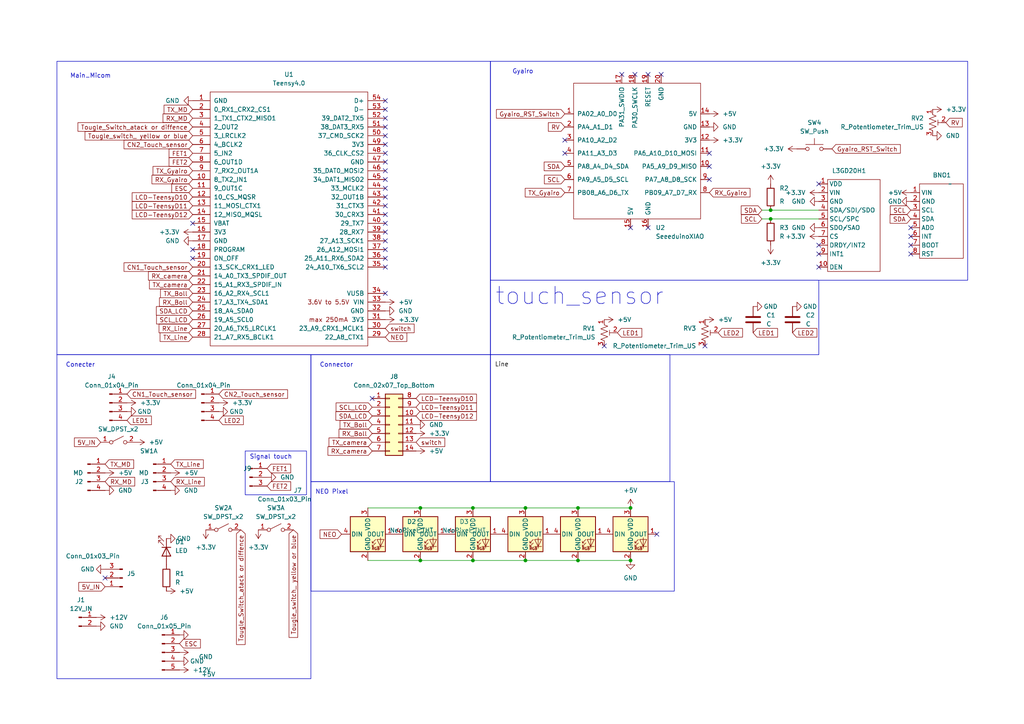
<source format=kicad_sch>
(kicad_sch (version 20230121) (generator eeschema)
  (paper "A4")
  (lib_symbols
    (symbol "BNO055:BNO055"
      (property "Reference" "BNO055" (at -5.08 2.54 0))
      (symbol "BNO055_0_1"
        (rectangle (start -8.89 0) (end 3.81 -21.59))
      )
      (symbol "BNO055_1_1"
        (pin output line (at -11.43 -2.54 0) (length 2.54) (name "VIN") (number "1"))
        (pin output line (at -11.43 -5.08 0) (length 2.54) (name "GND") (number "2"))
        (pin output line (at -11.43 -7.62 0) (length 2.54) (name "SCL") (number "3"))
        (pin output line (at -11.43 -10.16 0) (length 2.54) (name "SDA") (number "4"))
        (pin output line (at -11.43 -12.7 0) (length 2.54) (name "ADD") (number "5"))
        (pin output line (at -11.43 -15.24 0) (length 2.54) (name "INT") (number "6"))
        (pin output line (at -11.43 -17.78 0) (length 2.54) (name "BOOT") (number "7"))
        (pin output line (at -11.43 -20.32 0) (length 2.54) (name "RST") (number "8"))
      )
    )
    (symbol "Connector:Conn_01x02_Pin" (pin_names (offset 1.016) hide)
      (property "Reference" "J" (at 0 2.54 0))
      (property "Value" "Conn_01x02_Pin" (at 0 -5.08 0))
      (symbol "Conn_01x02_Pin_1_1"
        (polyline (pts (xy 1.27 -2.54) (xy 0.8636 -2.54)) (stroke (width 0.1524)))
        (polyline (pts (xy 1.27 0) (xy 0.8636 0)) (stroke (width 0.1524)))
        (rectangle (start 0.8636 -2.413) (end 0 -2.667) (stroke (width 0.1524)) (fill (type outline)))
        (rectangle (start 0.8636 0.127) (end 0 -0.127) (stroke (width 0.1524)) (fill (type outline)))
        (pin passive line (at 5.08 0 180) (length 3.81) (name "Pin_1") (number "1"))
        (pin passive line (at 5.08 -2.54 180) (length 3.81) (name "Pin_2") (number "2"))
      )
    )
    (symbol "Connector:Conn_01x03_Pin" (pin_names (offset 1.016) hide)
      (property "Reference" "J" (at 0 5.08 0))
      (property "Value" "Conn_01x03_Pin" (at 0 -5.08 0))
      (symbol "Conn_01x03_Pin_1_1"
        (polyline (pts (xy 1.27 -2.54) (xy 0.8636 -2.54)) (stroke (width 0.1524)))
        (polyline (pts (xy 1.27 0) (xy 0.8636 0)) (stroke (width 0.1524)))
        (polyline (pts (xy 1.27 2.54) (xy 0.8636 2.54)) (stroke (width 0.1524)))
        (rectangle (start 0.8636 -2.413) (end 0 -2.667) (stroke (width 0.1524)) (fill (type outline)))
        (rectangle (start 0.8636 0.127) (end 0 -0.127) (stroke (width 0.1524)) (fill (type outline)))
        (rectangle (start 0.8636 2.667) (end 0 2.413) (stroke (width 0.1524)) (fill (type outline)))
        (pin passive line (at 5.08 2.54 180) (length 3.81) (name "Pin_1") (number "1"))
        (pin passive line (at 5.08 0 180) (length 3.81) (name "Pin_2") (number "2"))
        (pin passive line (at 5.08 -2.54 180) (length 3.81) (name "Pin_3") (number "3"))
      )
    )
    (symbol "Connector:Conn_01x04_Pin" (pin_names (offset 1.016) hide)
      (property "Reference" "J" (at 0 5.08 0))
      (property "Value" "Conn_01x04_Pin" (at 0 -7.62 0))
      (symbol "Conn_01x04_Pin_1_1"
        (polyline (pts (xy 1.27 -5.08) (xy 0.8636 -5.08)) (stroke (width 0.1524)))
        (polyline (pts (xy 1.27 -2.54) (xy 0.8636 -2.54)) (stroke (width 0.1524)))
        (polyline (pts (xy 1.27 0) (xy 0.8636 0)) (stroke (width 0.1524)))
        (polyline (pts (xy 1.27 2.54) (xy 0.8636 2.54)) (stroke (width 0.1524)))
        (rectangle (start 0.8636 -4.953) (end 0 -5.207) (stroke (width 0.1524)) (fill (type outline)))
        (rectangle (start 0.8636 -2.413) (end 0 -2.667) (stroke (width 0.1524)) (fill (type outline)))
        (rectangle (start 0.8636 0.127) (end 0 -0.127) (stroke (width 0.1524)) (fill (type outline)))
        (rectangle (start 0.8636 2.667) (end 0 2.413) (stroke (width 0.1524)) (fill (type outline)))
        (pin passive line (at 5.08 2.54 180) (length 3.81) (name "Pin_1") (number "1"))
        (pin passive line (at 5.08 0 180) (length 3.81) (name "Pin_2") (number "2"))
        (pin passive line (at 5.08 -2.54 180) (length 3.81) (name "Pin_3") (number "3"))
        (pin passive line (at 5.08 -5.08 180) (length 3.81) (name "Pin_4") (number "4"))
      )
    )
    (symbol "Connector:Conn_01x05_Pin" (pin_names (offset 1.016) hide)
      (property "Reference" "J" (at 0 7.62 0))
      (property "Value" "Conn_01x05_Pin" (at 0 -7.62 0))
      (symbol "Conn_01x05_Pin_1_1"
        (polyline (pts (xy 1.27 -5.08) (xy 0.8636 -5.08)) (stroke (width 0.1524)))
        (polyline (pts (xy 1.27 -2.54) (xy 0.8636 -2.54)) (stroke (width 0.1524)))
        (polyline (pts (xy 1.27 0) (xy 0.8636 0)) (stroke (width 0.1524)))
        (polyline (pts (xy 1.27 2.54) (xy 0.8636 2.54)) (stroke (width 0.1524)))
        (polyline (pts (xy 1.27 5.08) (xy 0.8636 5.08)) (stroke (width 0.1524)))
        (rectangle (start 0.8636 -4.953) (end 0 -5.207) (stroke (width 0.1524)) (fill (type outline)))
        (rectangle (start 0.8636 -2.413) (end 0 -2.667) (stroke (width 0.1524)) (fill (type outline)))
        (rectangle (start 0.8636 0.127) (end 0 -0.127) (stroke (width 0.1524)) (fill (type outline)))
        (rectangle (start 0.8636 2.667) (end 0 2.413) (stroke (width 0.1524)) (fill (type outline)))
        (rectangle (start 0.8636 5.207) (end 0 4.953) (stroke (width 0.1524)) (fill (type outline)))
        (pin passive line (at 5.08 5.08 180) (length 3.81) (name "Pin_1") (number "1"))
        (pin passive line (at 5.08 2.54 180) (length 3.81) (name "Pin_2") (number "2"))
        (pin passive line (at 5.08 0 180) (length 3.81) (name "Pin_3") (number "3"))
        (pin passive line (at 5.08 -2.54 180) (length 3.81) (name "Pin_4") (number "4"))
        (pin passive line (at 5.08 -5.08 180) (length 3.81) (name "Pin_5") (number "5"))
      )
    )
    (symbol "Connector_Generic:Conn_02x07_Top_Bottom" (pin_names (offset 1.016) hide)
      (property "Reference" "J" (at 1.27 10.16 0))
      (property "Value" "Conn_02x07_Top_Bottom" (at 1.27 -10.16 0))
      (symbol "Conn_02x07_Top_Bottom_1_1"
        (rectangle (start -1.27 -7.493) (end 0 -7.747) (stroke (width 0.1524)))
        (rectangle (start -1.27 -4.953) (end 0 -5.207) (stroke (width 0.1524)))
        (rectangle (start -1.27 -2.413) (end 0 -2.667) (stroke (width 0.1524)))
        (rectangle (start -1.27 0.127) (end 0 -0.127) (stroke (width 0.1524)))
        (rectangle (start -1.27 2.667) (end 0 2.413) (stroke (width 0.1524)))
        (rectangle (start -1.27 5.207) (end 0 4.953) (stroke (width 0.1524)))
        (rectangle (start -1.27 7.747) (end 0 7.493) (stroke (width 0.1524)))
        (rectangle (start -1.27 8.89) (end 3.81 -8.89) (stroke (width 0.254)) (fill (type background)))
        (rectangle (start 3.81 -7.493) (end 2.54 -7.747) (stroke (width 0.1524)))
        (rectangle (start 3.81 -4.953) (end 2.54 -5.207) (stroke (width 0.1524)))
        (rectangle (start 3.81 -2.413) (end 2.54 -2.667) (stroke (width 0.1524)))
        (rectangle (start 3.81 0.127) (end 2.54 -0.127) (stroke (width 0.1524)))
        (rectangle (start 3.81 2.667) (end 2.54 2.413) (stroke (width 0.1524)))
        (rectangle (start 3.81 5.207) (end 2.54 4.953) (stroke (width 0.1524)))
        (rectangle (start 3.81 7.747) (end 2.54 7.493) (stroke (width 0.1524)))
        (pin passive line (at -5.08 7.62 0) (length 3.81) (name "Pin_1") (number "1"))
        (pin passive line (at 7.62 2.54 180) (length 3.81) (name "Pin_10") (number "10"))
        (pin passive line (at 7.62 0 180) (length 3.81) (name "Pin_11") (number "11"))
        (pin passive line (at 7.62 -2.54 180) (length 3.81) (name "Pin_12") (number "12"))
        (pin passive line (at 7.62 -5.08 180) (length 3.81) (name "Pin_13") (number "13"))
        (pin passive line (at 7.62 -7.62 180) (length 3.81) (name "Pin_14") (number "14"))
        (pin passive line (at -5.08 5.08 0) (length 3.81) (name "Pin_2") (number "2"))
        (pin passive line (at -5.08 2.54 0) (length 3.81) (name "Pin_3") (number "3"))
        (pin passive line (at -5.08 0 0) (length 3.81) (name "Pin_4") (number "4"))
        (pin passive line (at -5.08 -2.54 0) (length 3.81) (name "Pin_5") (number "5"))
        (pin passive line (at -5.08 -5.08 0) (length 3.81) (name "Pin_6") (number "6"))
        (pin passive line (at -5.08 -7.62 0) (length 3.81) (name "Pin_7") (number "7"))
        (pin passive line (at 7.62 7.62 180) (length 3.81) (name "Pin_8") (number "8"))
        (pin passive line (at 7.62 5.08 180) (length 3.81) (name "Pin_9") (number "9"))
      )
    )
    (symbol "Device:C" (pin_numbers hide) (pin_names (offset 0.254))
      (property "Reference" "C" (at 0.635 2.54 0))
      (property "Value" "C" (at 0.635 -2.54 0))
      (symbol "C_0_1"
        (polyline (pts (xy -2.032 -0.762) (xy 2.032 -0.762)) (stroke (width 0.508)))
        (polyline (pts (xy -2.032 0.762) (xy 2.032 0.762)) (stroke (width 0.508)))
      )
      (symbol "C_1_1"
        (pin passive line (at 0 3.81 270) (length 2.794) (name "~") (number "1"))
        (pin passive line (at 0 -3.81 90) (length 2.794) (name "~") (number "2"))
      )
    )
    (symbol "Device:LED" (pin_numbers hide) (pin_names (offset 1.016) hide)
      (property "Reference" "D" (at 0 2.54 0))
      (property "Value" "LED" (at 0 -2.54 0))
      (symbol "LED_0_1"
        (polyline (pts (xy -1.27 -1.27) (xy -1.27 1.27)) (stroke (width 0.254)))
        (polyline (pts (xy -1.27 0) (xy 1.27 0)))
        (polyline (pts (xy 1.27 -1.27) (xy 1.27 1.27) (xy -1.27 0) (xy 1.27 -1.27)) (stroke (width 0.254)))
        (polyline (pts (xy -3.048 -0.762) (xy -4.572 -2.286) (xy -3.81 -2.286) (xy -4.572 -2.286) (xy -4.572 -1.524)))
        (polyline (pts (xy -1.778 -0.762) (xy -3.302 -2.286) (xy -2.54 -2.286) (xy -3.302 -2.286) (xy -3.302 -1.524)))
      )
      (symbol "LED_1_1"
        (pin passive line (at -3.81 0 0) (length 2.54) (name "K") (number "1"))
        (pin passive line (at 3.81 0 180) (length 2.54) (name "A") (number "2"))
      )
    )
    (symbol "Device:R" (pin_numbers hide) (pin_names (offset 0))
      (property "Reference" "R" (at 2.032 0 90))
      (property "Value" "R" (at 0 0 90))
      (symbol "R_0_1"
        (rectangle (start -1.016 -2.54) (end 1.016 2.54) (stroke (width 0.254)))
      )
      (symbol "R_1_1"
        (pin passive line (at 0 3.81 270) (length 1.27) (name "~") (number "1"))
        (pin passive line (at 0 -3.81 90) (length 1.27) (name "~") (number "2"))
      )
    )
    (symbol "Device:R_Potentiometer_Trim_US" (pin_names (offset 1.016) hide)
      (property "Reference" "RV" (at -4.445 0 90))
      (property "Value" "R_Potentiometer_Trim_US" (at -2.54 0 90))
      (symbol "R_Potentiometer_Trim_US_0_1"
        (polyline (pts (xy 0 -2.286) (xy 0 -2.54)))
        (polyline (pts (xy 0 2.286) (xy 0 2.54)))
        (polyline (pts (xy 1.524 0.762) (xy 1.524 -0.762)))
        (polyline (pts (xy 2.54 0) (xy 1.524 0)))
        (polyline (pts (xy 0 -0.762) (xy 1.016 -1.143) (xy 0 -1.524) (xy -1.016 -1.905) (xy 0 -2.286)))
        (polyline (pts (xy 0 0.762) (xy 1.016 0.381) (xy 0 0) (xy -1.016 -0.381) (xy 0 -0.762)))
        (polyline (pts (xy 0 2.286) (xy 1.016 1.905) (xy 0 1.524) (xy -1.016 1.143) (xy 0 0.762)))
      )
      (symbol "R_Potentiometer_Trim_US_1_1"
        (pin passive line (at 0 3.81 270) (length 1.27) (name "1") (number "1"))
        (pin passive line (at 3.81 0 180) (length 1.27) (name "2") (number "2"))
        (pin passive line (at 0 -3.81 90) (length 1.27) (name "3") (number "3"))
      )
    )
    (symbol "L3GD20H:L3GD20H"
      (property "Reference" "L3GD20H" (at 15.24 0 0))
      (symbol "L3GD20H_0_1"
        (rectangle (start -5.08 13.97) (end 10.16 -12.7))
      )
      (symbol "L3GD20H_1_1"
        (pin input line (at -7.62 12.7 0) (length 2.54) (name "VDD") (number "1"))
        (pin input line (at -7.62 -11.43 0) (length 2.54) (name "DEN") (number "10"))
        (pin input line (at -7.62 10.16 0) (length 2.54) (name "VIN") (number "2"))
        (pin input line (at -7.62 7.62 0) (length 2.54) (name "GND") (number "3"))
        (pin input line (at -7.62 5.08 0) (length 2.54) (name "SDA/SDI/SDO") (number "4"))
        (pin input line (at -7.62 2.54 0) (length 2.54) (name "SCL/SPC") (number "5"))
        (pin input line (at -7.62 0 0) (length 2.54) (name "SDO/SAO") (number "6"))
        (pin input line (at -7.62 -2.54 0) (length 2.54) (name "CS") (number "7"))
        (pin input line (at -7.62 -5.08 0) (length 2.54) (name "DRDY/INT2") (number "8"))
        (pin input line (at -7.62 -7.62 0) (length 2.54) (name "INT1") (number "9"))
      )
    )
    (symbol "LED:NeoPixel_THT" (pin_names (offset 0.254))
      (property "Reference" "D" (at 5.08 5.715 0))
      (property "Value" "NeoPixel_THT" (at 1.27 -5.715 0))
      (symbol "NeoPixel_THT_0_0"
        (text "RGB" (at 2.286 -4.191 0) (effects (font (size 0.762 0.762))))
      )
      (symbol "NeoPixel_THT_0_1"
        (polyline (pts (xy 1.27 -3.556) (xy 1.778 -3.556)))
        (polyline (pts (xy 1.27 -2.54) (xy 1.778 -2.54)))
        (polyline (pts (xy 4.699 -3.556) (xy 2.667 -3.556)))
        (polyline (pts (xy 2.286 -2.54) (xy 1.27 -3.556) (xy 1.27 -3.048)))
        (polyline (pts (xy 2.286 -1.524) (xy 1.27 -2.54) (xy 1.27 -2.032)))
        (polyline (pts (xy 3.683 -1.016) (xy 3.683 -3.556) (xy 3.683 -4.064)))
        (polyline (pts (xy 4.699 -1.524) (xy 2.667 -1.524) (xy 3.683 -3.556) (xy 4.699 -1.524)))
        (rectangle (start 5.08 5.08) (end -5.08 -5.08) (stroke (width 0.254)) (fill (type background)))
      )
      (symbol "NeoPixel_THT_1_1"
        (pin output line (at 7.62 0 180) (length 2.54) (name "DOUT") (number "1"))
        (pin power_in line (at 0 -7.62 90) (length 2.54) (name "GND") (number "2"))
        (pin power_in line (at 0 7.62 270) (length 2.54) (name "VDD") (number "3"))
        (pin input line (at -7.62 0 0) (length 2.54) (name "DIN") (number "4"))
      )
    )
    (symbol "Seeeduino XIAO:SeeeduinoXIAO" (pin_names (offset 1.016))
      (property "Reference" "U" (at -19.05 22.86 0))
      (property "Value" "SeeeduinoXIAO" (at -12.7 21.59 0))
      (symbol "SeeeduinoXIAO_0_1"
        (rectangle (start -19.05 20.32) (end 17.78 -19.05))
      )
      (symbol "SeeeduinoXIAO_1_1"
        (pin unspecified line (at -21.59 11.43 0) (length 2.54) (name "PA02_A0_D0") (number "1"))
        (pin unspecified line (at 20.32 -3.81 180) (length 2.54) (name "PA5_A9_D9_MISO") (number "10"))
        (pin unspecified line (at 20.32 0 180) (length 2.54) (name "PA6_A10_D10_MOSI") (number "11"))
        (pin unspecified line (at 20.32 3.81 180) (length 2.54) (name "3V3") (number "12"))
        (pin unspecified line (at 20.32 7.62 180) (length 2.54) (name "GND") (number "13"))
        (pin unspecified line (at 20.32 11.43 180) (length 2.54) (name "5V") (number "14"))
        (pin input line (at -2.54 -21.59 90) (length 2.54) (name "5V") (number "15"))
        (pin input line (at 2.54 -21.59 90) (length 2.54) (name "GND") (number "16"))
        (pin input line (at -5.08 22.86 270) (length 2.54) (name "PA31_SWDIO") (number "17"))
        (pin input line (at -1.27 22.86 270) (length 2.54) (name "PA30_SWCLK") (number "18"))
        (pin input line (at 2.54 22.86 270) (length 2.54) (name "RESET") (number "19"))
        (pin unspecified line (at -21.59 7.62 0) (length 2.54) (name "PA4_A1_D1") (number "2"))
        (pin input line (at 6.35 22.86 270) (length 2.54) (name "GND") (number "20"))
        (pin unspecified line (at -21.59 3.81 0) (length 2.54) (name "PA10_A2_D2") (number "3"))
        (pin unspecified line (at -21.59 0 0) (length 2.54) (name "PA11_A3_D3") (number "4"))
        (pin unspecified line (at -21.59 -3.81 0) (length 2.54) (name "PA8_A4_D4_SDA") (number "5"))
        (pin unspecified line (at -21.59 -7.62 0) (length 2.54) (name "PA9_A5_D5_SCL") (number "6"))
        (pin unspecified line (at -21.59 -11.43 0) (length 2.54) (name "PB08_A6_D6_TX") (number "7"))
        (pin unspecified line (at 20.32 -11.43 180) (length 2.54) (name "PB09_A7_D7_RX") (number "8"))
        (pin unspecified line (at 20.32 -7.62 180) (length 2.54) (name "PA7_A8_D8_SCK") (number "9"))
      )
    )
    (symbol "Switch:SW_DPST_x2" (pin_names (offset 0) hide)
      (property "Reference" "SW" (at 0 3.175 0))
      (property "Value" "SW_DPST_x2" (at 0 -2.54 0))
      (symbol "SW_DPST_x2_0_0"
        (circle (center -2.032 0) (radius 0.508))
        (polyline (pts (xy -1.524 0.254) (xy 1.524 1.778)))
        (circle (center 2.032 0) (radius 0.508))
      )
      (symbol "SW_DPST_x2_1_1"
        (pin passive line (at -5.08 0 0) (length 2.54) (name "A") (number "1"))
        (pin passive line (at 5.08 0 180) (length 2.54) (name "B") (number "2"))
      )
      (symbol "SW_DPST_x2_2_1"
        (pin passive line (at -5.08 0 0) (length 2.54) (name "A") (number "3"))
        (pin passive line (at 5.08 0 180) (length 2.54) (name "B") (number "4"))
      )
    )
    (symbol "Switch:SW_Push" (pin_numbers hide) (pin_names (offset 1.016) hide)
      (property "Reference" "SW" (at 1.27 2.54 0))
      (property "Value" "SW_Push" (at 0 -1.524 0))
      (symbol "SW_Push_0_1"
        (circle (center -2.032 0) (radius 0.508))
        (polyline (pts (xy 0 1.27) (xy 0 3.048)))
        (polyline (pts (xy 2.54 1.27) (xy -2.54 1.27)))
        (circle (center 2.032 0) (radius 0.508))
        (pin passive line (at -5.08 0 0) (length 2.54) (name "1") (number "1"))
        (pin passive line (at 5.08 0 180) (length 2.54) (name "2") (number "2"))
      )
    )
    (symbol "power:+12V" (power) (pin_names (offset 0))
      (property "Value" "+12V" (at 0 3.556 0))
      (symbol "+12V_0_1"
        (polyline (pts (xy -0.762 1.27) (xy 0 2.54)))
        (polyline (pts (xy 0 0) (xy 0 2.54)))
        (polyline (pts (xy 0 2.54) (xy 0.762 1.27)))
      )
      (symbol "+12V_1_1"
        (pin power_in line (at 0 0 90) (length 0) hide (name "+12V") (number "1"))
      )
    )
    (symbol "power:+3.3V" (power) (pin_names (offset 0))
      (property "Value" "+3.3V" (at 0 3.556 0))
      (symbol "+3.3V_0_1"
        (polyline (pts (xy -0.762 1.27) (xy 0 2.54)))
        (polyline (pts (xy 0 0) (xy 0 2.54)))
        (polyline (pts (xy 0 2.54) (xy 0.762 1.27)))
      )
      (symbol "+3.3V_1_1"
        (pin power_in line (at 0 0 90) (length 0) hide (name "+3.3V") (number "1"))
      )
    )
    (symbol "power:+5V" (power) (pin_names (offset 0))
      (property "Value" "+5V" (at 0 3.556 0))
      (symbol "+5V_0_1"
        (polyline (pts (xy -0.762 1.27) (xy 0 2.54)))
        (polyline (pts (xy 0 0) (xy 0 2.54)))
        (polyline (pts (xy 0 2.54) (xy 0.762 1.27)))
      )
      (symbol "+5V_1_1"
        (pin power_in line (at 0 0 90) (length 0) hide (name "+5V") (number "1"))
      )
    )
    (symbol "power:GND" (power) (pin_names (offset 0))
      (property "Value" "GND" (at 0 -3.81 0))
      (symbol "GND_0_1"
        (polyline (pts (xy 0 0) (xy 0 -1.27) (xy 1.27 -1.27) (xy 0 -2.54) (xy -1.27 -1.27) (xy 0 -1.27)))
      )
      (symbol "GND_1_1"
        (pin power_in line (at 0 0 270) (length 0) hide (name "GND") (number "1"))
      )
    )
    (symbol "teensy:Teensy4.0" (pin_names (offset 1.016))
      (property "Reference" "U" (at 0 39.37 0))
      (property "Value" "Teensy4.0" (at 0 -39.37 0))
      (symbol "Teensy4.0_0_0"
        (text "3.6V to 5.5V" (at 11.43 -24.13 0) (effects (font (size 1.27 1.27))))
        (text "max 250mA" (at 11.43 -29.21 0) (effects (font (size 1.27 1.27))))
        (pin bidirectional line (at -27.94 11.43 0) (length 5.08) (name "8_TX2_IN1") (number "10"))
        (pin bidirectional line (at -27.94 8.89 0) (length 5.08) (name "9_OUT1C") (number "11"))
        (pin bidirectional line (at -27.94 6.35 0) (length 5.08) (name "10_CS_MQSR") (number "12"))
        (pin bidirectional line (at -27.94 3.81 0) (length 5.08) (name "11_MOSI_CTX1") (number "13"))
        (pin bidirectional line (at -27.94 1.27 0) (length 5.08) (name "12_MISO_MQSL") (number "14"))
        (pin power_in line (at -27.94 -1.27 0) (length 5.08) (name "VBAT") (number "15"))
        (pin power_in line (at -27.94 -3.81 0) (length 5.08) (name "3V3") (number "16"))
        (pin power_in line (at -27.94 -6.35 0) (length 5.08) (name "GND") (number "17"))
        (pin input line (at -27.94 -8.89 0) (length 5.08) (name "PROGRAM") (number "18"))
        (pin input line (at -27.94 -11.43 0) (length 5.08) (name "ON_OFF") (number "19"))
        (pin bidirectional line (at -27.94 -13.97 0) (length 5.08) (name "13_SCK_CRX1_LED") (number "20"))
        (pin bidirectional line (at -27.94 -16.51 0) (length 5.08) (name "14_A0_TX3_SPDIF_OUT") (number "21"))
        (pin bidirectional line (at -27.94 -19.05 0) (length 5.08) (name "15_A1_RX3_SPDIF_IN") (number "22"))
        (pin bidirectional line (at -27.94 -21.59 0) (length 5.08) (name "16_A2_RX4_SCL1") (number "23"))
        (pin bidirectional line (at -27.94 -24.13 0) (length 5.08) (name "17_A3_TX4_SDA1") (number "24"))
        (pin bidirectional line (at -27.94 -26.67 0) (length 5.08) (name "18_A4_SDA0") (number "25"))
        (pin bidirectional line (at -27.94 -29.21 0) (length 5.08) (name "19_A5_SCL0") (number "26"))
        (pin bidirectional line (at -27.94 -31.75 0) (length 5.08) (name "20_A6_TX5_LRCLK1") (number "27"))
        (pin bidirectional line (at -27.94 -34.29 0) (length 5.08) (name "21_A7_RX5_BCLK1") (number "28"))
        (pin bidirectional line (at 27.94 -34.29 180) (length 5.08) (name "22_A8_CTX1") (number "29"))
        (pin bidirectional line (at 27.94 -31.75 180) (length 5.08) (name "23_A9_CRX1_MCLK1") (number "30"))
        (pin power_out line (at 27.94 -29.21 180) (length 5.08) (name "3V3") (number "31"))
        (pin power_in line (at 27.94 -26.67 180) (length 5.08) (name "GND") (number "32"))
        (pin power_in line (at 27.94 -24.13 180) (length 5.08) (name "VIN") (number "33"))
        (pin power_out line (at 27.94 -21.59 180) (length 5.08) (name "VUSB") (number "34"))
        (pin bidirectional line (at 27.94 -13.97 180) (length 5.08) (name "24_A10_TX6_SCL2") (number "35"))
        (pin bidirectional line (at 27.94 -11.43 180) (length 5.08) (name "25_A11_RX6_SDA2") (number "36"))
        (pin bidirectional line (at 27.94 -8.89 180) (length 5.08) (name "26_A12_MOSI1") (number "37"))
        (pin bidirectional line (at 27.94 -6.35 180) (length 5.08) (name "27_A13_SCK1") (number "38"))
        (pin bidirectional line (at 27.94 -3.81 180) (length 5.08) (name "28_RX7") (number "39"))
        (pin bidirectional line (at 27.94 -1.27 180) (length 5.08) (name "29_TX7") (number "40"))
        (pin bidirectional line (at 27.94 1.27 180) (length 5.08) (name "30_CRX3") (number "41"))
        (pin bidirectional line (at 27.94 3.81 180) (length 5.08) (name "31_CTX3") (number "42"))
        (pin bidirectional line (at 27.94 6.35 180) (length 5.08) (name "32_OUT1B") (number "43"))
        (pin bidirectional line (at 27.94 8.89 180) (length 5.08) (name "33_MCLK2") (number "44"))
        (pin bidirectional line (at 27.94 11.43 180) (length 5.08) (name "34_DAT1_MISO2") (number "45"))
        (pin bidirectional line (at 27.94 13.97 180) (length 5.08) (name "35_DAT0_MOSI2") (number "46"))
        (pin power_out line (at 27.94 16.51 180) (length 5.08) (name "GND") (number "47"))
        (pin bidirectional line (at 27.94 19.05 180) (length 5.08) (name "36_CLK_CS2") (number "48"))
        (pin power_out line (at 27.94 21.59 180) (length 5.08) (name "3V3") (number "49"))
        (pin bidirectional line (at -27.94 24.13 0) (length 5.08) (name "3_LRCLK2") (number "5"))
        (pin bidirectional line (at 27.94 24.13 180) (length 5.08) (name "37_CMD_SCK2") (number "50"))
        (pin bidirectional line (at 27.94 26.67 180) (length 5.08) (name "38_DAT3_RX5") (number "51"))
        (pin bidirectional line (at 27.94 29.21 180) (length 5.08) (name "39_DAT2_TX5") (number "52"))
        (pin bidirectional line (at 27.94 31.75 180) (length 5.08) (name "D-") (number "53"))
        (pin bidirectional line (at 27.94 34.29 180) (length 5.08) (name "D+") (number "54"))
        (pin bidirectional line (at -27.94 21.59 0) (length 5.08) (name "4_BCLK2") (number "6"))
        (pin bidirectional line (at -27.94 19.05 0) (length 5.08) (name "5_IN2") (number "7"))
        (pin bidirectional line (at -27.94 16.51 0) (length 5.08) (name "6_OUT1D") (number "8"))
        (pin bidirectional line (at -27.94 13.97 0) (length 5.08) (name "7_RX2_OUT1A") (number "9"))
      )
      (symbol "Teensy4.0_0_1"
        (rectangle (start -22.86 36.83) (end 22.86 -36.83))
        (rectangle (start -20.32 -31.75) (end -20.32 -31.75))
      )
      (symbol "Teensy4.0_1_1"
        (pin power_in line (at -27.94 34.29 0) (length 5.08) (name "GND") (number "1"))
        (pin bidirectional line (at -27.94 31.75 0) (length 5.08) (name "0_RX1_CRX2_CS1") (number "2"))
        (pin bidirectional line (at -27.94 29.21 0) (length 5.08) (name "1_TX1_CTX2_MISO1") (number "3"))
        (pin bidirectional line (at -27.94 26.67 0) (length 5.08) (name "2_OUT2") (number "4"))
      )
    )
  )
  (junction (at 223.52 60.96))
  (junction (at 121.92 162.56))
  (junction (at 182.88 162.56))
  (junction (at 167.64 147.32))
  (junction (at 167.64 162.56))
  (junction (at 121.92 147.32))
  (junction (at 152.4 162.56))
  (junction (at 182.88 147.32))
  (junction (at 137.16 162.56))
  (junction (at 223.52 63.5))
  (junction (at 137.16 147.32))
  (junction (at 152.4 147.32))
  (no_connect (at 55.88 74.93))
  (no_connect (at 111.76 46.99))
  (no_connect (at 111.76 44.45))
  (no_connect (at 111.76 72.39))
  (no_connect (at 111.76 77.47))
  (no_connect (at 190.5 154.94))
  (no_connect (at 182.88 66.04))
  (no_connect (at 237.49 53.34))
  (no_connect (at 237.49 71.12))
  (no_connect (at 264.16 68.58))
  (no_connect (at 237.49 73.66))
  (no_connect (at 111.76 34.29))
  (no_connect (at 111.76 31.75))
  (no_connect (at 205.74 48.26))
  (no_connect (at 163.83 44.45))
  (no_connect (at 187.96 66.04))
  (no_connect (at 111.76 52.07))
  (no_connect (at 55.88 72.39))
  (no_connect (at 184.15 21.59))
  (no_connect (at 111.76 57.15))
  (no_connect (at 111.76 29.21))
  (no_connect (at 191.77 21.59))
  (no_connect (at 111.76 41.91))
  (no_connect (at 111.76 59.69))
  (no_connect (at 107.95 115.57))
  (no_connect (at 264.16 71.12))
  (no_connect (at 111.76 49.53))
  (no_connect (at 205.74 44.45))
  (no_connect (at 204.47 100.33))
  (no_connect (at 187.96 21.59))
  (no_connect (at 111.76 69.85))
  (no_connect (at 111.76 64.77))
  (no_connect (at 111.76 36.83))
  (no_connect (at 30.48 167.64))
  (no_connect (at 163.83 40.64))
  (no_connect (at 111.76 74.93))
  (no_connect (at 111.76 85.09))
  (no_connect (at 180.34 21.59))
  (no_connect (at 111.76 39.37))
  (no_connect (at 111.76 62.23))
  (no_connect (at 205.74 52.07))
  (no_connect (at 264.16 73.66))
  (no_connect (at 237.49 77.47))
  (no_connect (at 111.76 67.31))
  (no_connect (at 111.76 54.61))
  (no_connect (at 264.16 66.04))
  (no_connect (at 55.88 64.77))
  (no_connect (at 175.26 100.33))
  (wire (pts (xy 121.92 147.32) (xy 106.68 147.32)))
  (wire (pts (xy 220.98 63.5) (xy 223.52 63.5)))
  (wire (pts (xy 220.98 60.96) (xy 223.52 60.96)))
  (wire (pts (xy 152.4 162.56) (xy 137.16 162.56)))
  (wire (pts (xy 137.16 147.32) (xy 121.92 147.32)))
  (wire (pts (xy 152.4 147.32) (xy 137.16 147.32)))
  (wire (pts (xy 167.64 162.56) (xy 152.4 162.56)))
  (wire (pts (xy 167.64 147.32) (xy 152.4 147.32)))
  (wire (pts (xy 137.16 162.56) (xy 121.92 162.56)))
  (wire (pts (xy 182.88 162.56) (xy 167.64 162.56)))
  (wire (pts (xy 121.92 162.56) (xy 106.68 162.56)))
  (wire (pts (xy 223.52 63.5) (xy 237.49 63.5)))
  (wire (pts (xy 182.88 147.32) (xy 167.64 147.32)))
  (wire (pts (xy 223.52 60.96) (xy 237.49 60.96)))
  (rectangle (start 90.17 102.87) (end 142.24 139.7))
  (rectangle (start 90.17 139.7) (end 195.58 171.45))
  (rectangle (start 16.51 102.87) (end 90.17 196.85))
  (rectangle (start 71.12 130.81) (end 88.9 143.51))
  (rectangle (start 142.24 102.87) (end 194.31 139.7))
  (rectangle (start 16.51 17.78) (end 142.24 102.87))
  (rectangle (start 142.24 81.28) (end 237.49 102.87))
  (rectangle (start 142.24 17.78) (end 280.67 81.28))
  (text "Connector\n" (at 92.71 106.68 0) (effects (font (size 1.27 1.27)) (justify left bottom)))
  (text "NEO Pixel\n" (at 91.44 143.51 0) (effects (font (size 1.27 1.27)) (justify left bottom)))
  (text "Gyairo\n" (at 148.59 21.59 0) (effects (font (size 1.27 1.27)) (justify left bottom)))
  (text "touch_sensor\n" (at 143.51 88.9 0) (effects (font (size 5 5)) (justify left bottom)))
  (text "Conecter" (at 19.05 106.68 0) (effects (font (size 1.27 1.27)) (justify left bottom)))
  (text "Main＿Micom" (at 20.32 22.86 0) (effects (font (size 1.27 1.27)) (justify left bottom)))
  (text "Signal touch\n" (at 72.39 133.35 0) (effects (font (size 1.27 1.27)) (justify left bottom)))
  (label "Line" (at 143.51 106.68 0))
  (global_label "LCD-TeensyD11" (shape input) (at 55.88 59.69 180) (property "Intersheetrefs" "${INTERSHEET_REFS}" (effects hide)))
  (global_label "RX_Line" (shape input) (at 55.88 95.25 180) (property "Intersheetrefs" "${INTERSHEET_REFS}" (effects hide)))
  (global_label "Tougle_Switch_atack or diffence" (shape input) (at 69.85 153.67 270) (property "Intersheetrefs" "${INTERSHEET_REFS}" (effects hide)))
  (global_label "TX_camera" (shape input) (at 107.95 128.27 180) (property "Intersheetrefs" "${INTERSHEET_REFS}" (effects hide)))
  (global_label "SCL" (shape input) (at 220.98 63.5 180) (property "Intersheetrefs" "${INTERSHEET_REFS}" (effects hide)))
  (global_label "FET2" (shape input) (at 77.47 140.97 0) (property "Intersheetrefs" "${INTERSHEET_REFS}" (effects hide)))
  (global_label "TX_Line" (shape input) (at 49.53 134.62 0) (property "Intersheetrefs" "${INTERSHEET_REFS}" (effects hide)))
  (global_label "CN1_Touch_sensor" (shape input) (at 36.83 114.3 0) (property "Intersheetrefs" "${INTERSHEET_REFS}" (effects hide)))
  (global_label "TX_MD" (shape input) (at 55.88 31.75 180) (property "Intersheetrefs" "${INTERSHEET_REFS}" (effects hide)))
  (global_label "RX_camera" (shape input) (at 107.95 130.81 180) (property "Intersheetrefs" "${INTERSHEET_REFS}" (effects hide)))
  (global_label "LCD-TeensyD12" (shape input) (at 120.65 120.65 0) (property "Intersheetrefs" "${INTERSHEET_REFS}" (effects hide)))
  (global_label "NEO" (shape input) (at 99.06 154.94 180) (property "Intersheetrefs" "${INTERSHEET_REFS}" (effects hide)))
  (global_label "LCD-TeensyD10" (shape input) (at 120.65 115.57 0) (property "Intersheetrefs" "${INTERSHEET_REFS}" (effects hide)))
  (global_label "CN2_Touch_sensor" (shape input) (at 55.88 41.91 180) (property "Intersheetrefs" "${INTERSHEET_REFS}" (effects hide)))
  (global_label "LCD-TeensyD12" (shape input) (at 55.88 62.23 180) (property "Intersheetrefs" "${INTERSHEET_REFS}" (effects hide)))
  (global_label "TX_Gyairo" (shape input) (at 163.83 55.88 180) (property "Intersheetrefs" "${INTERSHEET_REFS}" (effects hide)))
  (global_label "RX_MD" (shape input) (at 30.48 139.7 0) (property "Intersheetrefs" "${INTERSHEET_REFS}" (effects hide)))
  (global_label "RV" (shape input) (at 163.83 36.83 180) (property "Intersheetrefs" "${INTERSHEET_REFS}" (effects hide)))
  (global_label "TX_camera" (shape input) (at 55.88 82.55 180) (property "Intersheetrefs" "${INTERSHEET_REFS}" (effects hide)))
  (global_label "RX_camera" (shape input) (at 55.88 80.01 180) (property "Intersheetrefs" "${INTERSHEET_REFS}" (effects hide)))
  (global_label "ESC" (shape input) (at 52.07 186.69 0) (property "Intersheetrefs" "${INTERSHEET_REFS}" (effects hide)))
  (global_label "TX_Gyairo" (shape input) (at 55.88 49.53 180) (property "Intersheetrefs" "${INTERSHEET_REFS}" (effects hide)))
  (global_label "Tougle_switch_ yellow or blue" (shape input) (at 85.09 153.67 270) (property "Intersheetrefs" "${INTERSHEET_REFS}" (effects hide)))
  (global_label "RX_Line" (shape input) (at 49.53 139.7 0) (property "Intersheetrefs" "${INTERSHEET_REFS}" (effects hide)))
  (global_label "TX_Boll" (shape input) (at 107.95 123.19 180) (property "Intersheetrefs" "${INTERSHEET_REFS}" (effects hide)))
  (global_label "LED2" (shape input) (at 208.28 96.52 0) (property "Intersheetrefs" "${INTERSHEET_REFS}" (effects hide)))
  (global_label "FET1" (shape input) (at 77.47 135.89 0) (property "Intersheetrefs" "${INTERSHEET_REFS}" (effects hide)))
  (global_label "LCD-TeensyD10" (shape input) (at 55.88 57.15 180) (property "Intersheetrefs" "${INTERSHEET_REFS}" (effects hide)))
  (global_label "SCL_LCD" (shape input) (at 107.95 118.11 180) (property "Intersheetrefs" "${INTERSHEET_REFS}" (effects hide)))
  (global_label "RX_Boll" (shape input) (at 107.95 125.73 180) (property "Intersheetrefs" "${INTERSHEET_REFS}" (effects hide)))
  (global_label "TX_MD" (shape input) (at 30.48 134.62 0) (property "Intersheetrefs" "${INTERSHEET_REFS}" (effects hide)))
  (global_label "RX_Boll" (shape input) (at 55.88 87.63 180) (property "Intersheetrefs" "${INTERSHEET_REFS}" (effects hide)))
  (global_label "RX_Gyairo" (shape input) (at 205.74 55.88 0) (property "Intersheetrefs" "${INTERSHEET_REFS}" (effects hide)))
  (global_label "switch" (shape input) (at 120.65 128.27 0) (property "Intersheetrefs" "${INTERSHEET_REFS}" (effects hide)))
  (global_label "CN2_Touch_sensor" (shape input) (at 63.5 114.3 0) (property "Intersheetrefs" "${INTERSHEET_REFS}" (effects hide)))
  (global_label "SDA_LCD" (shape input) (at 55.88 90.17 180) (property "Intersheetrefs" "${INTERSHEET_REFS}" (effects hide)))
  (global_label "Tougle_Switch_atack or diffence" (shape input) (at 55.88 36.83 180) (property "Intersheetrefs" "${INTERSHEET_REFS}" (effects hide)))
  (global_label "Tougle_switch_ yellow or blue" (shape input) (at 55.88 39.37 180) (property "Intersheetrefs" "${INTERSHEET_REFS}" (effects hide)))
  (global_label "RX_Gyairo" (shape input) (at 55.88 52.07 180) (property "Intersheetrefs" "${INTERSHEET_REFS}" (effects hide)))
  (global_label "ESC" (shape input) (at 55.88 54.61 180) (property "Intersheetrefs" "${INTERSHEET_REFS}" (effects hide)))
  (global_label "TX_Line" (shape input) (at 55.88 97.79 180) (property "Intersheetrefs" "${INTERSHEET_REFS}" (effects hide)))
  (global_label "switch" (shape input) (at 111.76 95.25 0) (property "Intersheetrefs" "${INTERSHEET_REFS}" (effects hide)))
  (global_label "5V_IN" (shape input) (at 29.21 128.27 180) (property "Intersheetrefs" "${INTERSHEET_REFS}" (effects hide)))
  (global_label "SDA" (shape input) (at 163.83 48.26 180) (property "Intersheetrefs" "${INTERSHEET_REFS}" (effects hide)))
  (global_label "LCD-TeensyD11" (shape input) (at 120.65 118.11 0) (property "Intersheetrefs" "${INTERSHEET_REFS}" (effects hide)))
  (global_label "NEO" (shape input) (at 111.76 97.79 0) (property "Intersheetrefs" "${INTERSHEET_REFS}" (effects hide)))
  (global_label "RX_MD" (shape input) (at 55.88 34.29 180) (property "Intersheetrefs" "${INTERSHEET_REFS}" (effects hide)))
  (global_label "Gyairo_RST_Switch" (shape input) (at 163.83 33.02 180) (property "Intersheetrefs" "${INTERSHEET_REFS}" (effects hide)))
  (global_label "LED2" (shape input) (at 229.87 96.52 0) (property "Intersheetrefs" "${INTERSHEET_REFS}" (effects hide)))
  (global_label "LED1" (shape input) (at 179.07 96.52 0) (property "Intersheetrefs" "${INTERSHEET_REFS}" (effects hide)))
  (global_label "LED2" (shape input) (at 63.5 121.92 0) (property "Intersheetrefs" "${INTERSHEET_REFS}" (effects hide)))
  (global_label "CN1_Touch_sensor" (shape input) (at 55.88 77.47 180) (property "Intersheetrefs" "${INTERSHEET_REFS}" (effects hide)))
  (global_label "RV" (shape input) (at 274.32 35.56 0) (property "Intersheetrefs" "${INTERSHEET_REFS}" (effects hide)))
  (global_label "SDA_LCD" (shape input) (at 107.95 120.65 180) (property "Intersheetrefs" "${INTERSHEET_REFS}" (effects hide)))
  (global_label "FET1" (shape input) (at 55.88 44.45 180) (property "Intersheetrefs" "${INTERSHEET_REFS}" (effects hide)))
  (global_label "SCL_LCD" (shape input) (at 55.88 92.71 180) (property "Intersheetrefs" "${INTERSHEET_REFS}" (effects hide)))
  (global_label "SDA" (shape input) (at 220.98 60.96 180) (property "Intersheetrefs" "${INTERSHEET_REFS}" (effects hide)))
  (global_label "FET2" (shape input) (at 55.88 46.99 180) (property "Intersheetrefs" "${INTERSHEET_REFS}" (effects hide)))
  (global_label "SDA" (shape input) (at 264.16 63.5 180) (property "Intersheetrefs" "${INTERSHEET_REFS}" (effects hide)))
  (global_label "LED1" (shape input) (at 218.44 96.52 0) (property "Intersheetrefs" "${INTERSHEET_REFS}" (effects hide)))
  (global_label "SCL" (shape input) (at 163.83 52.07 180) (property "Intersheetrefs" "${INTERSHEET_REFS}" (effects hide)))
  (global_label "LED1" (shape input) (at 36.83 121.92 0) (property "Intersheetrefs" "${INTERSHEET_REFS}" (effects hide)))
  (global_label "5V_IN" (shape input) (at 30.48 170.18 180) (property "Intersheetrefs" "${INTERSHEET_REFS}" (effects hide)))
  (global_label "Gyairo_RST_Switch" (shape input) (at 241.3 43.18 0) (property "Intersheetrefs" "${INTERSHEET_REFS}" (effects hide)))
  (global_label "SCL" (shape input) (at 264.16 60.96 180) (property "Intersheetrefs" "${INTERSHEET_REFS}" (effects hide)))
  (global_label "TX_Boll" (shape input) (at 55.88 85.09 180) (property "Intersheetrefs" "${INTERSHEET_REFS}" (effects hide)))
  (symbol (lib_id "Connector:Conn_01x02_Pin") (at 22.86 179.07 0) (unit 1)
    (property "Reference" "J1" (at 23.495 173.99 0))
    (property "Value" "12V_IN" (at 23.495 176.53 0))
    (property "Footprint" "Connector_JST:JST_XH_B2B-XH-A_1x02_P2.50mm_Vertical" (effects hide))
  )
  (symbol (lib_id "power:+3.3V") (at 36.83 116.84 270) (unit 1)
    (property "Reference" "#PWR08" (effects hide))
    (property "Value" "+3.3V" (at 40.64 116.84 90) (effects (justify left)))
  )
  (symbol (lib_id "power:+3.3V") (at 59.69 153.67 180) (unit 1)
    (property "Reference" "#PWR020" (effects hide))
    (property "Value" "+3.3V" (at 59.69 158.75 0))
  )
  (symbol (lib_id "power:GND") (at 237.49 58.42 270) (unit 1)
    (property "Reference" "#PWR040" (effects hide))
    (property "Value" "GND" (at 233.68 58.42 90) (effects (justify right)))
  )
  (symbol (lib_id "LED:NeoPixel_THT") (at 106.68 154.94 0) (unit 1)
    (property "Reference" "D2" (at 119.38 151.2921 0))
    (property "Value" "NeoPixel_THT" (at 119.38 153.8321 0))
    (property "Footprint" "LED_SMD:LED_WS2812B-2020_PLCC4_2.0x2.0mm" (effects hide))
    (property "Datasheet" "https://www.adafruit.com/product/1938" (effects hide))
  )
  (symbol (lib_id "power:GND") (at 270.51 39.37 90) (unit 1)
    (property "Reference" "#PWR048" (effects hide))
    (property "Value" "GND" (at 274.32 39.37 90) (effects (justify right)))
  )
  (symbol (lib_id "power:GND") (at 27.94 181.61 90) (unit 1)
    (property "Reference" "#PWR02" (effects hide))
    (property "Value" "GND" (at 31.75 181.61 90) (effects (justify right)))
  )
  (symbol (lib_id "LED:NeoPixel_THT") (at 121.92 154.94 0) (unit 1)
    (property "Reference" "D3" (at 134.62 151.2921 0))
    (property "Value" "NeoPixel_THT" (at 134.62 153.8321 0))
    (property "Footprint" "LED_SMD:LED_WS2812B-2020_PLCC4_2.0x2.0mm" (effects hide))
    (property "Datasheet" "https://www.adafruit.com/product/1938" (effects hide))
  )
  (symbol (lib_id "power:+3.3V") (at 223.52 71.12 180) (unit 1)
    (property "Reference" "#PWR037" (effects hide))
    (property "Value" "+3.3V" (at 223.52 76.2 0))
  )
  (symbol (lib_id "Connector:Conn_01x03_Pin") (at 35.56 167.64 180) (unit 1)
    (property "Reference" "J5" (at 36.83 166.37 0) (effects (justify right)))
    (property "Value" "Conn_01x03_Pin" (at 19.05 161.29 0) (effects (justify right)))
    (property "Footprint" "Connector_JST:JST_XH_B3B-XH-A_1x03_P2.50mm_Vertical" (effects hide))
  )
  (symbol (lib_id "power:+3.3V") (at 111.76 92.71 270) (unit 1)
    (property "Reference" "#PWR025" (effects hide))
    (property "Value" "+3.3V" (at 115.57 92.71 90) (effects (justify left)))
  )
  (symbol (lib_id "Device:R_Potentiometer_Trim_US") (at 175.26 96.52 0) (unit 1)
    (property "Reference" "RV1" (at 172.72 95.25 0) (effects (justify right)))
    (property "Value" "R_Potentiometer_Trim_US" (at 172.72 97.79 0) (effects (justify right)))
    (property "Footprint" "Variable_Register:Variable_Register" (effects hide))
  )
  (symbol (lib_id "power:+3.3V") (at 55.88 67.31 90) (unit 1)
    (property "Reference" "#PWR016" (effects hide))
    (property "Value" "+3.3V" (at 52.07 67.31 90) (effects (justify left)))
  )
  (symbol (lib_id "Seeeduino XIAO:SeeeduinoXIAO") (at 185.42 44.45 0) (unit 1)
    (property "Reference" "U2" (at 190.1541 66.04 0) (effects (justify left)))
    (property "Value" "SeeeduinoXIAO" (at 190.1541 68.58 0) (effects (justify left)))
    (property "Footprint" "Seeeduino_Xiao:seeeduinoXIAO" (effects hide))
  )
  (symbol (lib_id "power:+5V") (at 264.16 55.88 90) (unit 1)
    (property "Reference" "#PWR045" (effects hide))
    (property "Value" "+5V" (at 261.62 55.88 90) (effects (justify left)))
  )
  (symbol (lib_id "power:GND") (at 36.83 119.38 90) (unit 1)
    (property "Reference" "#PWR09" (effects hide))
    (property "Value" "GND" (at 41.91 119.38 90))
  )
  (symbol (lib_id "power:GND") (at 264.16 58.42 270) (unit 1)
    (property "Reference" "#PWR046" (effects hide))
    (property "Value" "GND" (at 261.62 58.42 90) (effects (justify right)))
  )
  (symbol (lib_id "power:GND") (at 120.65 123.19 90) (unit 1)
    (property "Reference" "#PWR026" (effects hide))
    (property "Value" "GND" (at 124.46 123.19 90) (effects (justify right)))
  )
  (symbol (lib_id "power:GND") (at 55.88 29.21 270) (unit 1)
    (property "Reference" "#PWR015" (effects hide))
    (property "Value" "GND" (at 52.07 29.21 90) (effects (justify right)))
  )
  (symbol (lib_id "power:GND") (at 30.48 142.24 90) (unit 1)
    (property "Reference" "#PWR04" (effects hide))
    (property "Value" "GND" (at 34.29 142.24 90) (effects (justify right)))
  )
  (symbol (lib_id "LED:NeoPixel_THT") (at 137.16 154.94 0) (unit 1)
    (property "Reference" "D4" (effects hide))
    (property "Value" "NeoPixel_THT" (effects hide))
    (property "Footprint" "LED_SMD:LED_WS2812B-2020_PLCC4_2.0x2.0mm" (effects hide))
    (property "Datasheet" "https://www.adafruit.com/product/1938" (effects hide))
  )
  (symbol (lib_id "LED:NeoPixel_THT") (at 152.4 154.94 0) (unit 1)
    (property "Reference" "D5" (effects hide))
    (property "Value" "NeoPixel_THT" (effects hide))
    (property "Footprint" "LED_SMD:LED_WS2812B-2020_PLCC4_2.0x2.0mm" (effects hide))
    (property "Datasheet" "https://www.adafruit.com/product/1938" (effects hide))
  )
  (symbol (lib_id "power:GND") (at 237.49 66.04 270) (unit 1)
    (property "Reference" "#PWR041" (effects hide))
    (property "Value" "GND" (at 233.68 66.04 90) (effects (justify right)))
  )
  (symbol (lib_id "Device:R") (at 48.26 167.64 0) (unit 1)
    (property "Reference" "R1" (at 50.8 166.37 0) (effects (justify left)))
    (property "Value" "R" (at 50.8 168.91 0) (effects (justify left)))
    (property "Footprint" "Resistor_THT:R_Axial_DIN0204_L3.6mm_D1.6mm_P5.08mm_Vertical" (effects hide))
  )
  (symbol (lib_id "teensy:Teensy4.0") (at 83.82 63.5 0) (unit 1)
    (property "Reference" "U1" (at 83.82 21.59 0))
    (property "Value" "Teensy4.0" (at 83.82 24.13 0))
    (property "Footprint" "teency4.0:Teensy40" (effects hide))
  )
  (symbol (lib_id "power:+3.3V") (at 74.93 153.67 180) (unit 1)
    (property "Reference" "#PWR022" (effects hide))
    (property "Value" "+3.3V" (at 74.93 158.75 0))
  )
  (symbol (lib_id "Device:C") (at 218.44 92.71 0) (unit 1)
    (property "Reference" "C1" (at 222.25 91.44 0) (effects (justify left)))
    (property "Value" "C" (at 222.25 93.98 0) (effects (justify left)))
    (property "Footprint" "Capacitor_THT:C_Radial_D6.3mm_H5.0mm_P2.50mm" (effects hide))
  )
  (symbol (lib_id "Switch:SW_DPST_x2") (at 80.01 153.67 0) (unit 1)
    (property "Reference" "SW3" (at 80.01 147.32 0))
    (property "Value" "SW_DPST_x2" (at 80.01 149.86 0))
    (property "Footprint" "Connector_PinSocket_2.54mm:PinSocket_1x03_P2.54mm_Vertical" (effects hide))
  )
  (symbol (lib_id "Device:R_Potentiometer_Trim_US") (at 204.47 96.52 0) (unit 1)
    (property "Reference" "RV3" (at 201.93 95.25 0) (effects (justify right)))
    (property "Value" "R_Potentiometer_Trim_US" (at 201.93 100.33 0) (effects (justify right)))
    (property "Footprint" "Variable_Register:Variable_Register" (effects hide))
  )
  (symbol (lib_id "power:+3.3V") (at 120.65 125.73 270) (unit 1)
    (property "Reference" "#PWR027" (effects hide))
    (property "Value" "+3.3V" (at 124.46 125.73 90) (effects (justify left)))
  )
  (symbol (lib_id "Connector_Generic:Conn_02x07_Top_Bottom") (at 113.03 123.19 0) (unit 1)
    (property "Reference" "J8" (at 114.3 109.22 0))
    (property "Value" "Conn_02x07_Top_Bottom" (at 114.3 111.76 0))
    (property "Footprint" "Connector_IDC:IDC-Header_2x07_P2.54mm_Vertical" (effects hide))
  )
  (symbol (lib_id "power:+5V") (at 49.53 137.16 270) (unit 1)
    (property "Reference" "#PWR05" (effects hide))
    (property "Value" "+5V" (at 53.34 137.16 90) (effects (justify left)))
  )
  (symbol (lib_id "power:+5V") (at 175.26 92.71 270) (unit 1)
    (property "Reference" "#PWR031" (effects hide))
    (property "Value" "+5V" (at 179.07 92.71 90) (effects (justify left)))
  )
  (symbol (lib_id "LED:NeoPixel_THT") (at 167.64 154.94 0) (unit 1)
    (property "Reference" "D6" (effects hide))
    (property "Value" "NeoPixel_THT" (effects hide))
    (property "Footprint" "LED_SMD:LED_WS2812B-2020_PLCC4_2.0x2.0mm" (effects hide))
    (property "Datasheet" "https://www.adafruit.com/product/1938" (effects hide))
  )
  (symbol (lib_id "Device:R_Potentiometer_Trim_US") (at 270.51 35.56 0) (unit 1)
    (property "Reference" "RV2" (at 267.97 34.29 0) (effects (justify right)))
    (property "Value" "R_Potentiometer_Trim_US" (at 267.97 36.83 0) (effects (justify right)))
    (property "Footprint" "Variable_Register:Variable_Register" (effects hide))
  )
  (symbol (lib_id "power:+3.3V") (at 63.5 116.84 270) (unit 1)
    (property "Reference" "#PWR049" (effects hide))
    (property "Value" "+3.3V" (at 67.31 116.84 90) (effects (justify left)))
  )
  (symbol (lib_id "power:GND") (at 48.26 156.21 90) (unit 1)
    (property "Reference" "#PWR018" (effects hide))
    (property "Value" "GND" (at 53.34 156.21 90))
  )
  (symbol (lib_id "power:+5V") (at 204.47 92.71 270) (unit 1)
    (property "Reference" "#PWR051" (effects hide))
    (property "Value" "+5V" (at 208.28 92.71 90) (effects (justify left)))
  )
  (symbol (lib_id "power:GND") (at 111.76 90.17 90) (unit 1)
    (property "Reference" "#PWR024" (effects hide))
    (property "Value" "GND" (at 115.57 90.17 90) (effects (justify right)))
  )
  (symbol (lib_id "power:GND") (at 205.74 36.83 90) (unit 1)
    (property "Reference" "#PWR034" (effects hide))
    (property "Value" "GND" (at 209.55 36.83 90) (effects (justify right)))
  )
  (symbol (lib_id "Switch:SW_Push") (at 236.22 43.18 0) (unit 1)
    (property "Reference" "SW4" (at 236.22 35.56 0))
    (property "Value" "SW_Push" (at 236.22 38.1 0))
    (property "Footprint" "Button_Switch_THT:SW_PUSH_6mm_H5mm" (effects hide))
  )
  (symbol (lib_id "power:GND") (at 63.5 119.38 90) (unit 1)
    (property "Reference" "#PWR050" (effects hide))
    (property "Value" "GND" (at 68.58 119.38 90))
  )
  (symbol (lib_id "power:+3.3V") (at 205.74 40.64 270) (unit 1)
    (property "Reference" "#PWR035" (effects hide))
    (property "Value" "+3.3V" (at 209.55 40.64 90) (effects (justify left)))
  )
  (symbol (lib_id "Connector:Conn_01x04_Pin") (at 31.75 116.84 0) (unit 1)
    (property "Reference" "J4" (at 32.385 109.22 0))
    (property "Value" "Conn_01x04_Pin" (at 32.385 111.76 0))
    (property "Footprint" "Connector_JST:JST_XH_B4B-XH-A_1x04_P2.50mm_Vertical" (effects hide))
  )
  (symbol (lib_id "power:+5V") (at 111.76 87.63 270) (unit 1)
    (property "Reference" "#PWR023" (effects hide))
    (property "Value" "+5V" (at 115.57 87.63 90) (effects (justify left)))
  )
  (symbol (lib_id "power:+12V") (at 27.94 179.07 270) (unit 1)
    (property "Reference" "#PWR01" (effects hide))
    (property "Value" "+12V" (at 31.75 179.07 90) (effects (justify left)))
  )
  (symbol (lib_id "power:GND") (at 182.88 162.56 0) (unit 1)
    (property "Reference" "#PWR030" (effects hide))
    (property "Value" "GND" (at 182.88 167.64 0))
  )
  (symbol (lib_id "power:+12V") (at 52.07 194.31 270) (unit 1)
    (property "Reference" "#PWR014" (effects hide))
    (property "Value" "+12V" (at 55.88 194.31 90) (effects (justify left)))
  )
  (symbol (lib_id "power:+3.3V") (at 270.51 31.75 270) (unit 1)
    (property "Reference" "#PWR047" (effects hide))
    (property "Value" "+3.3V" (at 274.32 31.75 90) (effects (justify left)))
  )
  (symbol (lib_id "power:+5V") (at 52.07 189.23 270) (unit 1)
    (property "Reference" "#PWR012" (effects hide))
    (property "Value" "+5V" (at 58.42 195.58 90) (effects (justify left)))
  )
  (symbol (lib_id "power:GND") (at 218.44 88.9 90) (unit 1)
    (property "Reference" "#PWR032" (effects hide))
    (property "Value" "GND" (at 223.52 88.9 90))
  )
  (symbol (lib_id "Switch:SW_DPST_x2") (at 34.29 128.27 0) (unit 1)
    (property "Reference" "SW1" (at 43.18 130.81 0))
    (property "Value" "SW_DPST_x2" (at 34.29 124.46 0))
    (property "Footprint" "Connector_PinSocket_2.54mm:PinSocket_1x03_P2.54mm_Vertical" (effects hide))
  )
  (symbol (lib_id "power:+5V") (at 48.26 171.45 270) (unit 1)
    (property "Reference" "#PWR019" (effects hide))
    (property "Value" "+5V" (at 52.07 171.45 90) (effects (justify left)))
  )
  (symbol (lib_id "L3GD20H:L3GD20H") (at 245.11 66.04 0) (unit 1)
    (property "Reference" "L3GD20H1" (at 241.3 49.53 0) (effects (justify left)))
    (property "Value" "~" (at 245.11 66.04 0))
    (property "Footprint" "L3GD20H2:L3GD20OH" (effects hide))
  )
  (symbol (lib_id "Connector:Conn_01x03_Pin") (at 72.39 138.43 0) (unit 1)
    (property "Reference" "J7" (at 86.36 142.24 0))
    (property "Value" "Conn_01x03_Pin" (at 82.55 144.78 0))
    (property "Footprint" "Connector_JST:JST_XH_B3B-XH-A_1x03_P2.50mm_Vertical" (effects hide))
  )
  (symbol (lib_id "power:+5V") (at 205.74 33.02 270) (unit 1)
    (property "Reference" "#PWR033" (effects hide))
    (property "Value" "+5V" (at 209.55 33.02 90) (effects (justify left)))
  )
  (symbol (lib_id "Connector:Conn_01x05_Pin") (at 46.99 189.23 0) (unit 1)
    (property "Reference" "J6" (at 47.625 179.07 0))
    (property "Value" "Conn_01x05_Pin" (at 47.625 181.61 0))
    (property "Footprint" "Connector_JST:JST_XH_B5B-XH-A_1x05_P2.50mm_Vertical" (effects hide))
  )
  (symbol (lib_id "Device:R") (at 223.52 67.31 0) (unit 1)
    (property "Reference" "R3" (at 226.06 66.04 0) (effects (justify left)))
    (property "Value" "R" (at 226.06 68.58 0) (effects (justify left)))
    (property "Footprint" "Resistor_THT:R_Axial_DIN0204_L3.6mm_D1.6mm_P5.08mm_Vertical" (effects hide))
  )
  (symbol (lib_id "power:+5V") (at 120.65 130.81 270) (unit 1)
    (property "Reference" "#PWR028" (effects hide))
    (property "Value" "+5V" (at 124.46 130.81 90) (effects (justify left)))
  )
  (symbol (lib_id "Device:R") (at 223.52 57.15 0) (unit 1)
    (property "Reference" "R2" (at 226.06 54.61 0) (effects (justify left)))
    (property "Value" "R" (at 226.06 58.42 0) (effects (justify left)))
    (property "Footprint" "Resistor_THT:R_Axial_DIN0204_L3.6mm_D1.6mm_P5.08mm_Vertical" (effects hide))
  )
  (symbol (lib_id "power:+5V") (at 30.48 137.16 270) (unit 1)
    (property "Reference" "#PWR03" (effects hide))
    (property "Value" "+5V" (at 34.29 137.16 90) (effects (justify left)))
  )
  (symbol (lib_id "Connector:Conn_01x04_Pin") (at 25.4 137.16 0) (unit 1)
    (property "Reference" "J2" (at 24.13 139.7 0) (effects (justify right)))
    (property "Value" "MD" (at 24.13 137.16 0) (effects (justify right)))
    (property "Footprint" "Connector_JST:JST_XH_B4B-XH-A_1x04_P2.50mm_Vertical" (effects hide))
  )
  (symbol (lib_id "power:GND") (at 229.87 88.9 90) (unit 1)
    (property "Reference" "#PWR052" (effects hide))
    (property "Value" "GND" (at 234.95 88.9 90))
  )
  (symbol (lib_id "power:GND") (at 52.07 191.77 90) (unit 1)
    (property "Reference" "#PWR013" (effects hide))
    (property "Value" "GND" (at 57.15 191.77 90))
  )
  (symbol (lib_id "power:+3.3V") (at 237.49 55.88 90) (unit 1)
    (property "Reference" "#PWR039" (effects hide))
    (property "Value" "+3.3V" (at 233.68 55.88 90) (effects (justify left)))
  )
  (symbol (lib_id "Connector:Conn_01x04_Pin") (at 44.45 137.16 0) (unit 1)
    (property "Reference" "J3" (at 43.18 139.7 0) (effects (justify right)))
    (property "Value" "MD" (at 43.18 137.16 0) (effects (justify right)))
    (property "Footprint" "Connector_JST:JST_XH_B4B-XH-A_1x04_P2.50mm_Vertical" (effects hide))
  )
  (symbol (lib_id "power:+3.3V") (at 237.49 68.58 90) (unit 1)
    (property "Reference" "#PWR042" (effects hide))
    (property "Value" "+3.3V" (at 233.68 68.58 90) (effects (justify left)))
  )
  (symbol (lib_id "Device:LED") (at 48.26 160.02 270) (unit 1)
    (property "Reference" "D1" (at 50.8 157.1625 90) (effects (justify left)))
    (property "Value" "LED" (at 50.8 159.7025 90) (effects (justify left)))
    (property "Footprint" "LED_THT:LED_D3.0mm_Clear" (effects hide))
  )
  (symbol (lib_id "power:GND") (at 52.07 184.15 90) (unit 1)
    (property "Reference" "#PWR011" (effects hide))
    (property "Value" "GND" (at 59.69 190.5 90))
  )
  (symbol (lib_id "Device:C") (at 229.87 92.71 0) (unit 1)
    (property "Reference" "C2" (at 233.68 91.44 0) (effects (justify left)))
    (property "Value" "C" (at 233.68 93.98 0) (effects (justify left)))
    (property "Footprint" "Capacitor_THT:C_Radial_D6.3mm_H5.0mm_P2.50mm" (effects hide))
  )
  (symbol (lib_id "power:+5V") (at 39.37 128.27 270) (unit 1)
    (property "Reference" "#PWR010" (effects hide))
    (property "Value" "+5V" (at 43.18 128.27 90) (effects (justify left)))
  )
  (symbol (lib_id "power:GND") (at 55.88 69.85 270) (unit 1)
    (property "Reference" "#PWR017" (effects hide))
    (property "Value" "GND" (at 52.07 69.85 90) (effects (justify right)))
  )
  (symbol (lib_id "Connector:Conn_01x04_Pin") (at 58.42 116.84 0) (unit 1)
    (property "Reference" "J9" (at 71.755 135.89 0))
    (property "Value" "Conn_01x04_Pin" (at 59.055 111.76 0))
    (property "Footprint" "Connector_JST:JST_XH_B4B-XH-A_1x04_P2.50mm_Vertical" (effects hide))
  )
  (symbol (lib_id "power:GND") (at 30.48 165.1 270) (unit 1)
    (property "Reference" "#PWR07" (effects hide))
    (property "Value" "GND" (at 25.4 165.1 90))
  )
  (symbol (lib_id "power:GND") (at 77.47 138.43 90) (unit 1)
    (property "Reference" "#PWR021" (effects hide))
    (property "Value" "GND" (at 81.28 138.43 90) (effects (justify right)))
  )
  (symbol (lib_id "Switch:SW_DPST_x2") (at 64.77 153.67 0) (unit 1)
    (property "Reference" "SW2" (at 64.77 147.32 0))
    (property "Value" "SW_DPST_x2" (at 64.77 149.86 0))
    (property "Footprint" "Connector_PinSocket_2.54mm:PinSocket_1x03_P2.54mm_Vertical" (effects hide))
  )
  (symbol (lib_id "power:+3.3V") (at 223.52 53.34 0) (unit 1)
    (property "Reference" "#PWR036" (effects hide))
    (property "Value" "+3.3V" (at 223.52 48.26 0))
  )
  (symbol (lib_id "power:GND") (at 49.53 142.24 90) (unit 1)
    (property "Reference" "#PWR06" (effects hide))
    (property "Value" "GND" (at 53.34 142.24 90) (effects (justify right)))
  )
  (symbol (lib_id "power:+3.3V") (at 231.14 43.18 90) (unit 1)
    (property "Reference" "#PWR038" (effects hide))
    (property "Value" "+3.3V" (at 227.33 43.18 90) (effects (justify left)))
  )
  (symbol (lib_id "power:+5V") (at 182.88 147.32 0) (unit 1)
    (property "Reference" "#PWR029" (effects hide))
    (property "Value" "+5V" (at 182.88 142.24 0))
  )
  (symbol (lib_id "BNO055:BNO055") (at 275.59 53.34 0) (unit 1)
    (property "Reference" "BNO1" (at 270.51 50.8 0) (effects (justify left)))
    (property "Value" "~" (at 275.59 53.34 0))
    (property "Footprint" "BN0055:BNO00" (effects hide))
  )
  (symbol (lib_id "LED:NeoPixel_THT") (at 182.88 154.94 0) (unit 1)
    (property "Reference" "D7" (effects hide))
    (property "Value" "NeoPixel_THT" (effects hide))
    (property "Footprint" "LED_SMD:LED_WS2812B-2020_PLCC4_2.0x2.0mm" (effects hide))
    (property "Datasheet" "https://www.adafruit.com/product/1938" (effects hide))
  )
)
</source>
